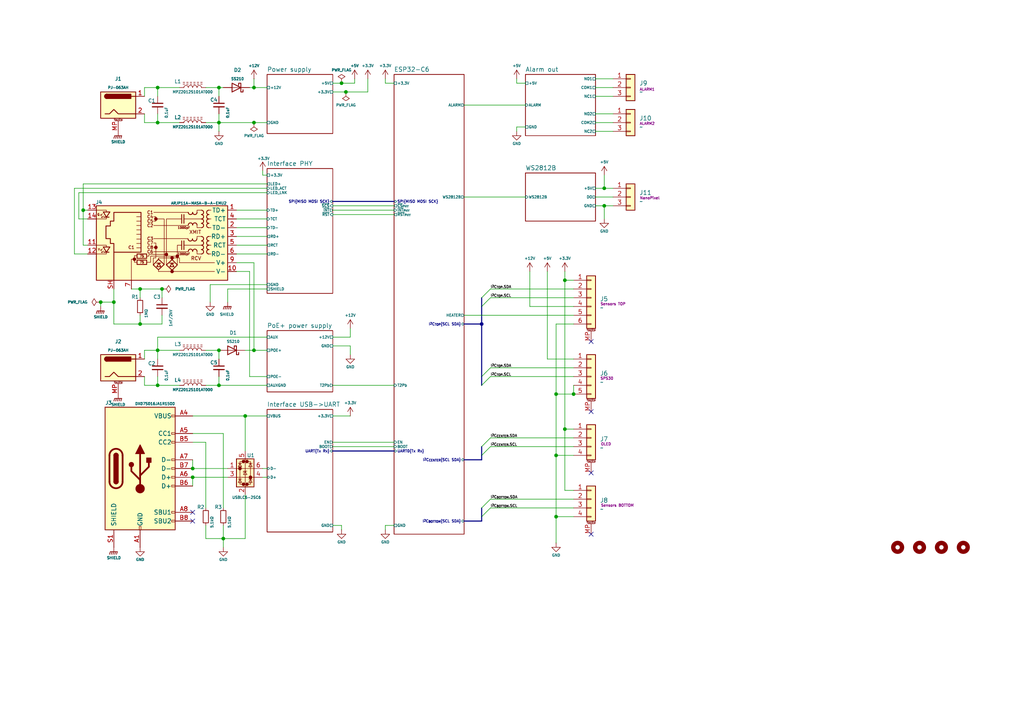
<source format=kicad_sch>
(kicad_sch (version 20250114) (generator "eeschema") (generator_version "9.0")
  (paper "A4")
  (title_block (title "Enviromental parameters multi-sensor") (date "2026-01-20") (rev "1.0") (company "MarPi82"))
  (junction (at 163.83 81.28))
  (junction (at 73.66 35.56))
  (junction (at 99.06 24.13))
  (junction (at 55.88 138.43))
  (junction (at 161.29 114.3))
  (junction (at 161.29 132.08))
  (junction (at 166.37 114.3))
  (junction (at 29.21 87.63))
  (junction (at 45.72 101.6))
  (junction (at 63.5 111.76))
  (junction (at 40.64 83.82))
  (junction (at 175.26 59.69))
  (junction (at 64.77 156.21))
  (junction (at 71.12 120.65))
  (junction (at 163.83 124.46))
  (junction (at 40.64 93.98))
  (junction (at 73.66 101.6))
  (junction (at 175.26 54.61))
  (junction (at 46.99 83.82))
  (junction (at 100.33 26.67))
  (junction (at 63.5 101.6))
  (junction (at 45.72 35.56))
  (junction (at 55.88 135.89))
  (junction (at 63.5 35.56))
  (junction (at 24.13 60.96))
  (junction (at 33.02 87.63))
  (junction (at 73.66 25.4))
  (junction (at 139.7 93.98))
  (junction (at 161.29 149.86))
  (junction (at 45.72 25.4))
  (junction (at 45.72 111.76))
  (junction (at 63.5 25.4))
  (no_connect (at 55.88 151.13))
  (no_connect (at 171.45 119.38))
  (no_connect (at 171.45 137.16))
  (no_connect (at 55.88 148.59))
  (no_connect (at 171.45 154.94))
  (no_connect (at 171.45 99.06))
  (bus_entry (at 139.7 86.36) (size 2.54 -2.54))
  (bus_entry (at 139.7 88.9) (size 2.54 -2.54))
  (bus_entry (at 139.7 132.08) (size 2.54 -2.54))
  (bus_entry (at 139.7 109.22) (size 2.54 -2.54))
  (bus_entry (at 139.7 147.32) (size 2.54 -2.54))
  (bus_entry (at 139.7 129.54) (size 2.54 -2.54))
  (bus_entry (at 139.7 111.76) (size 2.54 -2.54))
  (bus_entry (at 139.7 149.86) (size 2.54 -2.54))
  (wire (pts (xy 46.99 93.98) (xy 40.64 93.98)))
  (bus (pts (xy 134.62 133.35) (xy 139.7 133.35)))
  (wire (pts (xy 175.26 59.69) (xy 177.8 59.69)))
  (wire (pts (xy 41.91 101.6) (xy 41.91 104.14)))
  (wire (pts (xy 161.29 132.08) (xy 161.29 149.86)))
  (wire (pts (xy 175.26 54.61) (xy 177.8 54.61)))
  (wire (pts (xy 45.72 111.76) (xy 45.72 109.22)))
  (wire (pts (xy 59.69 128.27) (xy 59.69 147.32)))
  (wire (pts (xy 99.06 152.4) (xy 99.06 153.67)))
  (wire (pts (xy 41.91 101.6) (xy 45.72 101.6)))
  (wire (pts (xy 166.37 124.46) (xy 163.83 124.46)))
  (wire (pts (xy 25.4 71.12) (xy 24.13 71.12)))
  (wire (pts (xy 111.76 152.4) (xy 111.76 153.67)))
  (wire (pts (xy 172.72 22.86) (xy 177.8 22.86)))
  (wire (pts (xy 41.91 33.02) (xy 41.91 35.56)))
  (wire (pts (xy 71.12 120.65) (xy 71.12 130.81)))
  (wire (pts (xy 55.88 135.89) (xy 66.04 135.89)))
  (wire (pts (xy 72.39 109.22) (xy 77.47 109.22)))
  (wire (pts (xy 111.76 24.13) (xy 114.3 24.13)))
  (wire (pts (xy 45.72 97.79) (xy 45.72 101.6)))
  (wire (pts (xy 71.12 143.51) (xy 71.12 156.21)))
  (wire (pts (xy 45.72 25.4) (xy 52.07 25.4)))
  (wire (pts (xy 40.64 91.44) (xy 40.64 93.98)))
  (wire (pts (xy 134.62 57.15) (xy 152.4 57.15)))
  (bus (pts (xy 139.7 93.98) (xy 139.7 109.22)))
  (wire (pts (xy 102.87 24.13) (xy 102.87 22.86)))
  (wire (pts (xy 24.13 60.96) (xy 25.4 60.96)))
  (wire (pts (xy 142.24 83.82) (xy 166.37 83.82)))
  (wire (pts (xy 77.47 54.61) (xy 21.59 54.61)))
  (wire (pts (xy 114.3 152.4) (xy 111.76 152.4)))
  (wire (pts (xy 63.5 35.56) (xy 63.5 38.1)))
  (bus (pts (xy 139.7 147.32) (xy 139.7 149.86)))
  (wire (pts (xy 163.83 142.24) (xy 163.83 124.46)))
  (wire (pts (xy 73.66 35.56) (xy 77.47 35.56)))
  (wire (pts (xy 96.52 26.67) (xy 100.33 26.67)))
  (wire (pts (xy 71.12 101.6) (xy 73.66 101.6)))
  (wire (pts (xy 45.72 101.6) (xy 45.72 104.14)))
  (wire (pts (xy 68.58 68.58) (xy 77.47 68.58)))
  (wire (pts (xy 59.69 111.76) (xy 63.5 111.76)))
  (wire (pts (xy 106.68 26.67) (xy 106.68 22.86)))
  (bus (pts (xy 134.62 93.98) (xy 139.7 93.98)))
  (wire (pts (xy 152.4 24.13) (xy 149.86 24.13)))
  (wire (pts (xy 96.52 120.65) (xy 101.6 120.65)))
  (wire (pts (xy 96.52 62.23) (xy 114.3 62.23)))
  (wire (pts (xy 40.64 83.82) (xy 40.64 86.36)))
  (wire (pts (xy 63.5 111.76) (xy 77.47 111.76)))
  (wire (pts (xy 73.66 101.6) (xy 77.47 101.6)))
  (wire (pts (xy 101.6 102.87) (xy 101.6 100.33)))
  (wire (pts (xy 77.47 55.88) (xy 22.86 55.88)))
  (wire (pts (xy 166.37 142.24) (xy 163.83 142.24)))
  (wire (pts (xy 77.47 97.79) (xy 45.72 97.79)))
  (wire (pts (xy 96.52 111.76) (xy 114.3 111.76)))
  (bus (pts (xy 139.7 86.36) (xy 139.7 88.9)))
  (wire (pts (xy 172.72 38.1) (xy 177.8 38.1)))
  (wire (pts (xy 166.37 149.86) (xy 161.29 149.86)))
  (wire (pts (xy 158.75 78.74) (xy 158.75 104.14)))
  (wire (pts (xy 71.12 156.21) (xy 64.77 156.21)))
  (wire (pts (xy 59.69 25.4) (xy 63.5 25.4)))
  (wire (pts (xy 41.91 25.4) (xy 41.91 27.94)))
  (wire (pts (xy 142.24 147.32) (xy 166.37 147.32)))
  (wire (pts (xy 100.33 26.67) (xy 106.68 26.67)))
  (wire (pts (xy 63.5 35.56) (xy 63.5 33.02)))
  (wire (pts (xy 76.2 49.53) (xy 76.2 50.8)))
  (wire (pts (xy 172.72 25.4) (xy 177.8 25.4)))
  (wire (pts (xy 64.77 125.73) (xy 64.77 147.32)))
  (wire (pts (xy 38.1 83.82) (xy 40.64 83.82)))
  (bus (pts (xy 96.52 58.42) (xy 114.3 58.42)))
  (wire (pts (xy 29.21 88.9) (xy 29.21 87.63)))
  (bus (pts (xy 139.7 129.54) (xy 139.7 132.08)))
  (wire (pts (xy 77.47 83.82) (xy 66.04 83.82)))
  (wire (pts (xy 134.62 91.44) (xy 166.37 91.44)))
  (wire (pts (xy 175.26 54.61) (xy 175.26 50.8)))
  (wire (pts (xy 77.47 82.55) (xy 60.96 82.55)))
  (bus (pts (xy 139.7 149.86) (xy 139.7 151.13)))
  (wire (pts (xy 172.72 57.15) (xy 177.8 57.15)))
  (wire (pts (xy 73.66 25.4) (xy 77.47 25.4)))
  (wire (pts (xy 68.58 66.04) (xy 77.47 66.04)))
  (wire (pts (xy 142.24 109.22) (xy 166.37 109.22)))
  (wire (pts (xy 96.52 59.69) (xy 114.3 59.69)))
  (wire (pts (xy 59.69 101.6) (xy 63.5 101.6)))
  (wire (pts (xy 161.29 149.86) (xy 161.29 157.48)))
  (wire (pts (xy 46.99 91.44) (xy 46.99 93.98)))
  (wire (pts (xy 46.99 86.36) (xy 46.99 83.82)))
  (wire (pts (xy 72.39 78.74) (xy 72.39 109.22)))
  (wire (pts (xy 22.86 55.88) (xy 22.86 63.5)))
  (wire (pts (xy 59.69 156.21) (xy 64.77 156.21)))
  (wire (pts (xy 96.52 129.54) (xy 114.3 129.54)))
  (wire (pts (xy 142.24 127) (xy 166.37 127)))
  (wire (pts (xy 161.29 93.98) (xy 161.29 114.3)))
  (wire (pts (xy 163.83 81.28) (xy 163.83 78.74)))
  (wire (pts (xy 166.37 88.9) (xy 153.67 88.9)))
  (wire (pts (xy 96.52 97.79) (xy 101.6 97.79)))
  (wire (pts (xy 64.77 25.4) (xy 63.5 25.4)))
  (bus (pts (xy 139.7 109.22) (xy 139.7 111.76)))
  (wire (pts (xy 33.02 93.98) (xy 40.64 93.98)))
  (wire (pts (xy 68.58 60.96) (xy 77.47 60.96)))
  (wire (pts (xy 24.13 53.34) (xy 77.47 53.34)))
  (wire (pts (xy 68.58 78.74) (xy 72.39 78.74)))
  (wire (pts (xy 96.52 152.4) (xy 99.06 152.4)))
  (wire (pts (xy 153.67 88.9) (xy 153.67 78.74)))
  (wire (pts (xy 45.72 25.4) (xy 45.72 27.94)))
  (wire (pts (xy 166.37 114.3) (xy 166.37 111.76)))
  (wire (pts (xy 96.52 24.13) (xy 99.06 24.13)))
  (wire (pts (xy 68.58 63.5) (xy 77.47 63.5)))
  (wire (pts (xy 149.86 36.83) (xy 149.86 38.1)))
  (wire (pts (xy 41.91 109.22) (xy 41.91 111.76)))
  (wire (pts (xy 41.91 25.4) (xy 45.72 25.4)))
  (wire (pts (xy 134.62 30.48) (xy 152.4 30.48)))
  (wire (pts (xy 166.37 93.98) (xy 161.29 93.98)))
  (wire (pts (xy 21.59 73.66) (xy 25.4 73.66)))
  (wire (pts (xy 172.72 27.94) (xy 177.8 27.94)))
  (wire (pts (xy 59.69 152.4) (xy 59.69 156.21)))
  (wire (pts (xy 72.39 25.4) (xy 73.66 25.4)))
  (wire (pts (xy 55.88 138.43) (xy 66.04 138.43)))
  (wire (pts (xy 33.02 87.63) (xy 33.02 93.98)))
  (wire (pts (xy 55.88 133.35) (xy 55.88 135.89)))
  (wire (pts (xy 172.72 35.56) (xy 177.8 35.56)))
  (wire (pts (xy 152.4 36.83) (xy 149.86 36.83)))
  (wire (pts (xy 22.86 63.5) (xy 25.4 63.5)))
  (wire (pts (xy 24.13 60.96) (xy 24.13 71.12)))
  (wire (pts (xy 45.72 111.76) (xy 52.07 111.76)))
  (wire (pts (xy 158.75 104.14) (xy 166.37 104.14)))
  (wire (pts (xy 142.24 106.68) (xy 166.37 106.68)))
  (wire (pts (xy 142.24 144.78) (xy 166.37 144.78)))
  (wire (pts (xy 149.86 24.13) (xy 149.86 22.86)))
  (wire (pts (xy 60.96 82.55) (xy 60.96 87.63)))
  (wire (pts (xy 172.72 54.61) (xy 175.26 54.61)))
  (wire (pts (xy 41.91 111.76) (xy 45.72 111.76)))
  (wire (pts (xy 166.37 81.28) (xy 163.83 81.28)))
  (wire (pts (xy 96.52 60.96) (xy 114.3 60.96)))
  (wire (pts (xy 76.2 135.89) (xy 77.47 135.89)))
  (wire (pts (xy 73.66 22.86) (xy 73.66 25.4)))
  (wire (pts (xy 96.52 100.33) (xy 101.6 100.33)))
  (wire (pts (xy 55.88 138.43) (xy 55.88 140.97)))
  (wire (pts (xy 63.5 35.56) (xy 73.66 35.56)))
  (wire (pts (xy 175.26 59.69) (xy 175.26 63.5)))
  (bus (pts (xy 139.7 88.9) (xy 139.7 93.98)))
  (wire (pts (xy 73.66 101.6) (xy 73.66 76.2)))
  (wire (pts (xy 163.83 124.46) (xy 163.83 81.28)))
  (bus (pts (xy 139.7 132.08) (xy 139.7 133.35)))
  (wire (pts (xy 76.2 138.43) (xy 77.47 138.43)))
  (wire (pts (xy 63.5 101.6) (xy 63.5 104.14)))
  (wire (pts (xy 68.58 76.2) (xy 73.66 76.2)))
  (wire (pts (xy 64.77 156.21) (xy 64.77 158.75)))
  (wire (pts (xy 45.72 35.56) (xy 45.72 33.02)))
  (wire (pts (xy 172.72 59.69) (xy 175.26 59.69)))
  (wire (pts (xy 63.5 25.4) (xy 63.5 27.94)))
  (wire (pts (xy 142.24 86.36) (xy 166.37 86.36)))
  (wire (pts (xy 55.88 125.73) (xy 64.77 125.73)))
  (wire (pts (xy 21.59 54.61) (xy 21.59 73.66)))
  (wire (pts (xy 68.58 71.12) (xy 77.47 71.12)))
  (wire (pts (xy 45.72 35.56) (xy 52.07 35.56)))
  (wire (pts (xy 59.69 35.56) (xy 63.5 35.56)))
  (wire (pts (xy 111.76 22.86) (xy 111.76 24.13)))
  (wire (pts (xy 55.88 120.65) (xy 71.12 120.65)))
  (wire (pts (xy 64.77 152.4) (xy 64.77 156.21)))
  (wire (pts (xy 166.37 114.3) (xy 161.29 114.3)))
  (wire (pts (xy 76.2 50.8) (xy 77.47 50.8)))
  (bus (pts (xy 134.62 151.13) (xy 139.7 151.13)))
  (wire (pts (xy 96.52 128.27) (xy 114.3 128.27)))
  (wire (pts (xy 172.72 33.02) (xy 177.8 33.02)))
  (wire (pts (xy 99.06 24.13) (xy 102.87 24.13)))
  (wire (pts (xy 161.29 114.3) (xy 161.29 132.08)))
  (wire (pts (xy 46.99 83.82) (xy 40.64 83.82)))
  (wire (pts (xy 33.02 83.82) (xy 33.02 87.63)))
  (wire (pts (xy 166.37 132.08) (xy 161.29 132.08)))
  (wire (pts (xy 68.58 73.66) (xy 77.47 73.66)))
  (wire (pts (xy 45.72 101.6) (xy 52.07 101.6)))
  (wire (pts (xy 101.6 97.79) (xy 101.6 95.25)))
  (wire (pts (xy 66.04 83.82) (xy 66.04 87.63)))
  (wire (pts (xy 55.88 128.27) (xy 59.69 128.27)))
  (wire (pts (xy 142.24 129.54) (xy 166.37 129.54)))
  (bus (pts (xy 96.52 130.81) (xy 114.3 130.81)))
  (wire (pts (xy 71.12 120.65) (xy 77.47 120.65)))
  (wire (pts (xy 63.5 111.76) (xy 63.5 109.22)))
  (wire (pts (xy 29.21 87.63) (xy 33.02 87.63)))
  (wire (pts (xy 41.91 35.56) (xy 45.72 35.56)))
  (wire (pts (xy 24.13 53.34) (xy 24.13 60.96)))
  (label "I^{2}C_{BOTTOM}.SDA" (at 142.24 144.78 0) (effects (font (size 0.762 0.762))))
  (label "I^{2}C_{TOP}.SDA" (at 142.24 106.68 0) (effects (font (size 0.762 0.762))))
  (label "I^{2}C_{TOP}.SCL" (at 142.24 109.22 0) (effects (font (size 0.762 0.762))))
  (label "I^{2}C_{BOTTOM}.SCL" (at 142.24 147.32 0) (effects (font (size 0.762 0.762))))
  (label "I^{2}C_{CENTER}.SDA" (at 142.24 127 0) (effects (font (size 0.762 0.762))))
  (label "I^{2}C_{TOP}.SDA" (at 142.24 83.82 0) (effects (font (size 0.762 0.762))))
  (label "I^{2}C_{CENTER}.SCL" (at 142.24 129.54 0) (effects (font (size 0.762 0.762))))
  (label "I^{2}C_{TOP}.SCL" (at 142.24 86.36 0) (effects (font (size 0.762 0.762))))
  (symbol (lib_id "power:GND") (at 111.76 153.67 0) (unit 1)
    (property "Reference" "#PWR017" (effects (hide yes)))
    (property "Value" "GND" (at 111.76 157.226 0) (effects (font (size 0.762 0.762))))
    (property "Description" "Power symbol creates a global label with name \"GND\" , ground" (effects (hide yes)))
  )
  (symbol (lib_id "power:PWR_FLAG") (at 29.21 87.63 90) (unit 1)
    (property "Reference" "#FLG01" (effects (hide yes)))
    (property "Value" "PWR_FLAG" (at 25.4 87.63 90) (effects (font (size 0.762 0.762)) (justify left)))
    (property "Description" "Special symbol for telling ERC where power comes from" (effects (hide yes)))
  )
  (symbol (lib_id "power:GND") (at 99.06 153.67 0) (unit 1)
    (property "Reference" "#PWR010" (effects (hide yes)))
    (property "Value" "GND" (at 99.06 157.226 0) (effects (font (size 0.762 0.762))))
    (property "Description" "Power symbol creates a global label with name \"GND\" , ground" (effects (hide yes)))
  )
  (symbol (lib_id "Device:C_Small") (at 63.5 30.48 0) (unit 1)
    (property "Reference" "C4" (at 60.96 28.956 0) (effects (font (size 1.016 1.016)) (justify left)))
    (property "Value" "0,1uF" (at 66.04 34.29 90) (effects (font (size 0.762 0.762)) (justify left)))
    (property "Footprint" "Capacitor_SMD:C_0603_1608Metric" (effects (hide yes)))
    (property "Description" "Unpolarized capacitor, small symbol" (effects (hide yes)))
    (property "DigiKey_Part_Number" "1276-1018-1-ND" (effects (hide yes)))
    (property "Manufacturer_Name" "CL10B102KB8NNNC" (effects (hide yes)))
    (property "Manufacturer_Part_Number" "Samsung" (effects (hide yes)))
    (property "PACKAGE" "0603" (effects (hide yes)))
    (property "Rated_Voltage" "50V" (effects (hide yes)))
    (property "Temperature_Coefficient" "X7R" (effects (hide yes)))
  )
  (symbol (lib_id "Device:L_Ferrite") (at 55.88 101.6 90) (unit 1)
    (property "Reference" "L3" (at 51.562 99.822 90) (effects (font (size 1.016 1.016))))
    (property "Value" "MPZ2012S101AT000" (at 55.88 102.87 90) (effects (font (size 0.762 0.762))))
    (property "Footprint" "Inductor_SMD:L_0805_2012Metric" (effects (hide yes)))
    (property "Description" "Inductor with ferrite core" (effects (hide yes)))
    (property "DigiKey_Part_Number" "445-MPZ2012S101AT000CT-ND" (effects (hide yes)))
    (property "Manufacturer_Name" "MPZ2012S101AT000" (effects (hide yes)))
    (property "Manufacturer_Part_Number" "TDK Corporation" (effects (hide yes)))
  )
  (symbol (lib_id "power:PWR_FLAG") (at 46.99 83.82 270) (unit 1)
    (property "Reference" "#FLG02" (effects (hide yes)))
    (property "Value" "PWR_FLAG" (at 50.8 83.82 90) (effects (font (size 0.762 0.762)) (justify left)))
    (property "Description" "Special symbol for telling ERC where power comes from" (effects (hide yes)))
  )
  (symbol (lib_id "Connector_Generic:Conn_01x03") (at 182.88 25.4 0) (unit 1)
    (property "Reference" "J9" (at 185.42 24.1299 0) (effects (justify left)))
    (property "Value" "~" (at 185.42 26.6699 0) (effects (justify left)))
    (property "Footprint" "Connector_Molex:Molex_KK-254_AE-6410-03A_1x03_P2.54mm_Vertical" (effects (hide yes)))
    (property "Description" "Generic connector, single row, 01x03, script generated (kicad-library-utils/schlib/autogen/connector/)" (effects (hide yes)))
    (property "DigiKey_Part_Number" "WM4112-ND" (effects (hide yes)))
    (property "Label" "ALARM1" (at 187.706 25.908 0) (effects (font (size 0.762 0.762))))
    (property "Manufacturer_Name" "0022272031" (effects (hide yes)))
    (property "Manufacturer_Part_Number" "Molex" (effects (hide yes)))
  )
  (symbol (lib_id "power:+3.3V") (at 158.75 78.74 0) (unit 1)
    (property "Reference" "#PWR021" (effects (hide yes)))
    (property "Value" "+5V" (at 158.75 74.93 0) (effects (font (size 0.762 0.762))))
    (property "Description" "Power symbol creates a global label with name \"+3.3V\"" (effects (hide yes)))
  )
  (symbol (lib_id "power:GND") (at 175.26 63.5 0) (unit 1)
    (property "Reference" "#PWR025" (effects (hide yes)))
    (property "Value" "GND" (at 175.26 67.056 0) (effects (font (size 0.762 0.762))))
    (property "Description" "Power symbol creates a global label with name \"GND\" , ground" (effects (hide yes)))
  )
  (symbol (lib_id "power:GND") (at 161.29 157.48 0) (unit 1)
    (property "Reference" "#PWR022" (effects (hide yes)))
    (property "Value" "GND" (at 161.29 161.036 0) (effects (font (size 0.762 0.762))))
    (property "Description" "Power symbol creates a global label with name \"GND\" , ground" (effects (hide yes)))
  )
  (symbol (lib_id "power:GND") (at 149.86 38.1 0) (unit 1)
    (property "Reference" "#PWR019" (effects (hide yes)))
    (property "Value" "GND" (at 149.86 41.656 0) (effects (font (size 0.762 0.762))))
    (property "Description" "Power symbol creates a global label with name \"GND\" , ground" (effects (hide yes)))
  )
  (symbol (lib_id "Device:L_Ferrite") (at 55.88 35.56 90) (unit 1)
    (property "Reference" "L2" (at 51.562 34.036 90) (effects (font (size 1.016 1.016))))
    (property "Value" "MPZ2012S101AT000" (at 55.88 36.83 90) (effects (font (size 0.762 0.762))))
    (property "Footprint" "Inductor_SMD:L_0805_2012Metric" (effects (hide yes)))
    (property "Description" "Inductor with ferrite core" (effects (hide yes)))
    (property "DigiKey_Part_Number" "445-MPZ2012S101AT000CT-ND" (effects (hide yes)))
    (property "Manufacturer_Name" "MPZ2012S101AT000" (effects (hide yes)))
    (property "Manufacturer_Part_Number" "TDK Corporation" (effects (hide yes)))
  )
  (symbol (lib_id "power:GND") (at 40.64 158.75 0) (unit 1)
    (property "Reference" "#PWR03" (effects (hide yes)))
    (property "Value" "GND" (at 40.64 162.306 0) (effects (font (size 0.762 0.762))))
    (property "Description" "Power symbol creates a global label with name \"GND\" , ground" (effects (hide yes)))
  )
  (symbol (lib_id "Device:R_Small") (at 59.69 149.86 0) (unit 1)
    (property "Reference" "R2" (at 57.15 147.066 0) (effects (font (size 1.016 1.016)) (justify left)))
    (property "Value" "5,1kΩ" (at 61.468 153.162 90) (effects (font (size 0.762 0.762)) (justify left)))
    (property "Footprint" "Resistor_SMD:R_0603_1608Metric" (effects (hide yes)))
    (property "Description" "Resistor, small symbol" (effects (hide yes)))
    (property "DigiKey_Part_Number" "541-5.10KHCT-ND" (effects (hide yes)))
    (property "Power" "0.125W, 1/8W" (effects (hide yes)))
    (property "Tolerance" "1%" (effects (hide yes)))
    (property "Manufacturer_Name" "CRCW06035K10FKEA" (effects (hide yes)))
    (property "Manufacturer_Part_Number" "Vishay Dale" (effects (hide yes)))
    (property "PACKAGE" "0603" (effects (hide yes)))
  )
  (symbol (lib_id "power:+3.3V") (at 101.6 120.65 0) (unit 1)
    (property "Reference" "#PWR013" (effects (hide yes)))
    (property "Value" "+3.3V" (at 101.6 116.84 0) (effects (font (size 0.762 0.762))))
    (property "Description" "Power symbol creates a global label with name \"+3.3V\"" (effects (hide yes)))
  )
  (symbol (lib_id "power:GNDPWR") (at 33.02 158.75 0) (unit 1)
    (property "Reference" "#PWR02" (effects (hide yes)))
    (property "Value" "SHIELD" (at 30.988 161.798 0) (effects (font (size 0.762 0.762)) (justify left)))
    (property "Description" "Power symbol creates a global label with name \"GNDPWR\" , global ground" (effects (hide yes)))
  )
  (symbol (lib_id "power:GNDPWR") (at 34.29 114.3 0) (unit 1)
    (property "Reference" "#PWR095" (effects (hide yes)))
    (property "Value" "SHIELD" (at 32.258 117.348 0) (effects (font (size 0.762 0.762)) (justify left)))
    (property "Description" "Power symbol creates a global label with name \"GNDPWR\" , global ground" (effects (hide yes)))
  )
  (symbol (lib_id "Device:C_Small") (at 45.72 106.68 0) (unit 1)
    (property "Reference" "C2" (at 42.926 105.41 0) (effects (font (size 1.016 1.016)) (justify left)))
    (property "Value" "0,1uF" (at 48.26 110.49 90) (effects (font (size 0.762 0.762)) (justify left)))
    (property "Footprint" "Capacitor_SMD:C_0603_1608Metric" (effects (hide yes)))
    (property "Description" "Unpolarized capacitor, small symbol" (effects (hide yes)))
    (property "DigiKey_Part_Number" "1276-1018-1-ND" (effects (hide yes)))
    (property "Manufacturer_Name" "CL10B102KB8NNNC" (effects (hide yes)))
    (property "Manufacturer_Part_Number" "Samsung" (effects (hide yes)))
    (property "PACKAGE" "0603" (effects (hide yes)))
    (property "Rated_Voltage" "50V" (effects (hide yes)))
    (property "Temperature_Coefficient" "X7R" (effects (hide yes)))
  )
  (symbol (lib_id "Connector_Generic_MountingPin:Conn_01x04_MountingPin") (at 171.45 127 0) (unit 1)
    (property "Reference" "J7" (at 173.99 127.3555 0) (effects (justify left)))
    (property "Value" "~" (at 173.99 129.8955 0) (effects (justify left)))
    (property "Footprint" "Connector_JST:JST_ZH_B4B-ZR-SM4-TF_1x04-1MP_P1.50mm_Vertical" (effects (hide yes)))
    (property "Description" "Generic connectable mounting pin connector, single row, 01x04, script generated (kicad-library-utils/schlib/autogen/connector/)" (effects (hide yes)))
    (property "DigiKey_Part_Number" "455-B4B-ZR-SM4-TFCT-ND" (effects (hide yes)))
    (property "Label" "OLED" (at 175.768 128.778 0) (effects (font (size 0.762 0.762))))
    (property "Manufacturer_Name" "B4B-ZR-SM4-TF" (effects (hide yes)))
    (property "Manufacturer_Part_Number" "JST Sales America Inc." (effects (hide yes)))
  )
  (symbol (lib_id "power:+3.3V") (at 175.26 50.8 0) (unit 1)
    (property "Reference" "#PWR024" (effects (hide yes)))
    (property "Value" "+5V" (at 175.26 46.99 0) (effects (font (size 0.762 0.762))))
    (property "Description" "Power symbol creates a global label with name \"+3.3V\"" (effects (hide yes)))
  )
  (symbol (lib_id "power:+3.3V") (at 111.76 22.86 0) (unit 1)
    (property "Reference" "#PWR016" (effects (hide yes)))
    (property "Value" "+3.3V" (at 109.982 19.05 0) (effects (font (size 0.762 0.762)) (justify left)))
    (property "Description" "Power symbol creates a global label with name \"+3.3V\"" (effects (hide yes)))
  )
  (symbol (lib_id "Mechanical:MountingHole") (at 273.05 158.75 0) (unit 1) (in_bom no)
    (property "Reference" "H3" (effects (hide yes)))
    (property "Value" "MountingHole" (effects (hide yes)))
    (property "Footprint" "MountingHole:MountingHole_2.7mm_M2.5" (effects (hide yes)))
    (property "Description" "Mounting Hole without connection" (effects (hide yes)))
  )
  (symbol (lib_id "power:PWR_FLAG") (at 73.66 35.56 180) (unit 1)
    (property "Reference" "#FLG04" (effects (hide yes)))
    (property "Value" "PWR_FLAG" (at 73.66 39.37 0) (effects (font (size 0.762 0.762))))
    (property "Description" "Special symbol for telling ERC where power comes from" (effects (hide yes)))
  )
  (symbol (lib_id "Connector_Generic_MountingPin:Conn_01x06_MountingPin") (at 171.45 86.36 0) (unit 1)
    (property "Reference" "J5" (at 173.99 86.7155 0) (effects (justify left)))
    (property "Value" "~" (at 173.99 89.2555 0) (effects (justify left)))
    (property "Footprint" "Connector_JST:JST_ZH_B6B-ZR-SM4-TF_1x06-1MP_P1.50mm_Vertical" (effects (hide yes)))
    (property "Description" "Generic connectable mounting pin connector, single row, 01x06, script generated (kicad-library-utils/schlib/autogen/connector/)" (effects (hide yes)))
    (property "DigiKey_Part_Number" "455-B6B-ZR-SM4-TFCT-ND" (effects (hide yes)))
    (property "Label" "Sensors TOP" (at 177.8 88.138 0) (effects (font (size 0.762 0.762))))
    (property "Manufacturer_Name" "B6B-ZR-SM4-TF" (effects (hide yes)))
    (property "Manufacturer_Part_Number" "JST Sales America Inc." (effects (hide yes)))
  )
  (symbol (lib_id "power:GND") (at 64.77 158.75 0) (unit 1)
    (property "Reference" "#PWR07" (effects (hide yes)))
    (property "Value" "GND" (at 64.77 162.306 0) (effects (font (size 0.762 0.762))))
    (property "Description" "Power symbol creates a global label with name \"GND\" , ground" (effects (hide yes)))
  )
  (symbol (lib_id "power:+3.3V") (at 163.83 78.74 0) (unit 1)
    (property "Reference" "#PWR023" (effects (hide yes)))
    (property "Value" "+3.3V" (at 162.052 74.93 0) (effects (font (size 0.762 0.762)) (justify left)))
    (property "Description" "Power symbol creates a global label with name \"+3.3V\"" (effects (hide yes)))
  )
  (symbol (lib_id "Mechanical:MountingHole") (at 260.35 158.75 0) (unit 1) (in_bom no)
    (property "Reference" "H1" (effects (hide yes)))
    (property "Value" "MountingHole" (effects (hide yes)))
    (property "Footprint" "MountingHole:MountingHole_2.7mm_M2.5" (effects (hide yes)))
    (property "Description" "Mounting Hole without connection" (effects (hide yes)))
  )
  (symbol (lib_id "Connector:Barrel_Jack_MountingPin") (at 34.29 106.68 0) (unit 1)
    (property "Reference" "J2" (at 34.29 99.06 0) (effects (font (size 1.016 1.016))))
    (property "Value" "PJ-063AH" (at 34.29 101.6 0) (effects (font (size 0.762 0.762))))
    (property "Footprint" "Connector_BarrelJack:BarrelJack_CUI_PJ-063AH_Horizontal" (effects (hide yes)))
    (property "Description" "DC Barrel Jack with a mounting pin" (effects (hide yes)))
    (property "Label" "ext. 12VDC" (effects (hide yes)))
    (property "DigiKey_Part_Number" "CP-063AH-ND" (effects (hide yes)))
    (property "Manufacturer_Name" "PJ-063AH" (effects (hide yes)))
    (property "Manufacturer_Part_Number" "Same Sky (Formerly CUI Devices)" (effects (hide yes)))
  )
  (symbol (lib_id "power:+3.3V") (at 149.86 22.86 0) (unit 1)
    (property "Reference" "#PWR018" (effects (hide yes)))
    (property "Value" "+5V" (at 149.86 19.05 0) (effects (font (size 0.762 0.762))))
    (property "Description" "Power symbol creates a global label with name \"+3.3V\"" (effects (hide yes)))
  )
  (symbol (lib_id "power:GNDPWR") (at 66.04 87.63 0) (unit 1)
    (property "Reference" "#PWR08" (effects (hide yes)))
    (property "Value" "SHIELD" (at 63.754 91.186 0) (effects (font (size 0.762 0.762)) (justify left)))
    (property "Description" "Power symbol creates a global label with name \"GNDPWR\" , global ground" (effects (hide yes)))
  )
  (symbol (lib_id "power:+3.3V") (at 106.68 22.86 0) (unit 1)
    (property "Reference" "#PWR015" (effects (hide yes)))
    (property "Value" "+3.3V" (at 104.902 19.05 0) (effects (font (size 0.762 0.762)) (justify left)))
    (property "Description" "Power symbol creates a global label with name \"+3.3V\"" (effects (hide yes)))
  )
  (symbol (lib_id "power:GND") (at 101.6 102.87 0) (unit 1)
    (property "Reference" "#PWR012" (effects (hide yes)))
    (property "Value" "GND" (at 101.6 106.426 0) (effects (font (size 0.762 0.762))))
    (property "Description" "Power symbol creates a global label with name \"GND\" , ground" (effects (hide yes)))
  )
  (symbol (lib_id "Diode:SS210") (at 67.31 101.6 180) (unit 1)
    (property "Reference" "D1" (at 67.6275 96.52 0) (effects (font (size 1.016 1.016))))
    (property "Value" "SS210" (at 67.6275 99.06 0) (effects (font (size 0.762 0.762))))
    (property "Footprint" "Diode_SMD:D_SMA" (effects (hide yes)))
    (property "Datasheet" "https://www.wontop.com/uploadfiles/56/sort_excel/pdf/ss22.pdf" (effects (hide yes)))
    (property "Description" "100V 2A Schottky Diode, SMA" (effects (hide yes)))
    (property "DigiKey_Part_Number" "641-SS210-HFCT-ND" (effects (hide yes)))
    (property "Manufacturer_Name" "SS210-HF" (effects (hide yes)))
    (property "Manufacturer_Part_Number" "Comchip Technology" (effects (hide yes)))
    (property "PACKAGE" "DO-214AC, SMA" (effects (hide yes)))
  )
  (symbol (lib_id "Connector_Generic:Conn_01x03") (at 182.88 35.56 0) (unit 1)
    (property "Reference" "J10" (at 185.42 34.2899 0) (effects (justify left)))
    (property "Value" "~" (at 185.42 36.8299 0) (effects (justify left)))
    (property "Footprint" "Connector_Molex:Molex_KK-254_AE-6410-03A_1x03_P2.54mm_Vertical" (effects (hide yes)))
    (property "Description" "Generic connector, single row, 01x03, script generated (kicad-library-utils/schlib/autogen/connector/)" (effects (hide yes)))
    (property "DigiKey_Part_Number" "WM4112-ND" (effects (hide yes)))
    (property "Label" "ALARM2" (at 187.706 35.814 0) (effects (font (size 0.762 0.762))))
    (property "Manufacturer_Name" "0022272031" (effects (hide yes)))
    (property "Manufacturer_Part_Number" "Molex" (effects (hide yes)))
  )
  (symbol (lib_id "Device:L_Ferrite") (at 55.88 25.4 90) (unit 1)
    (property "Reference" "L1" (at 51.562 23.622 90) (effects (font (size 1.016 1.016))))
    (property "Value" "MPZ2012S101AT000" (at 55.88 26.67 90) (effects (font (size 0.762 0.762))))
    (property "Footprint" "Inductor_SMD:L_0805_2012Metric" (effects (hide yes)))
    (property "Description" "Inductor with ferrite core" (effects (hide yes)))
    (property "DigiKey_Part_Number" "445-MPZ2012S101AT000CT-ND" (effects (hide yes)))
    (property "Manufacturer_Name" "MPZ2012S101AT000" (effects (hide yes)))
    (property "Manufacturer_Part_Number" "TDK Corporation" (effects (hide yes)))
  )
  (symbol (lib_id "Connector_Generic:Conn_01x03") (at 182.88 57.15 0) (unit 1)
    (property "Reference" "J11" (at 185.42 55.8799 0) (effects (justify left)))
    (property "Value" "~" (at 185.42 58.4199 0) (effects (justify left)))
    (property "Footprint" "Connector_Molex:Molex_KK-254_AE-6410-03A_1x03_P2.54mm_Vertical" (effects (hide yes)))
    (property "Description" "Generic connector, single row, 01x03, script generated (kicad-library-utils/schlib/autogen/connector/)" (effects (hide yes)))
    (property "DigiKey_Part_Number" "WM4112-ND" (effects (hide yes)))
    (property "Label" "NanoPixel" (at 188.468 57.404 0) (effects (font (size 0.762 0.762))))
    (property "Manufacturer_Name" "0022272031" (effects (hide yes)))
    (property "Manufacturer_Part_Number" "Molex" (effects (hide yes)))
  )
  (symbol (lib_id "Device:C_Small") (at 45.72 30.48 0) (unit 1)
    (property "Reference" "C1" (at 42.926 29.21 0) (effects (font (size 1.016 1.016)) (justify left)))
    (property "Value" "0,1uF" (at 48.26 34.29 90) (effects (font (size 0.762 0.762)) (justify left)))
    (property "Footprint" "Capacitor_SMD:C_0603_1608Metric" (effects (hide yes)))
    (property "Description" "Unpolarized capacitor, small symbol" (effects (hide yes)))
    (property "DigiKey_Part_Number" "1276-1018-1-ND" (effects (hide yes)))
    (property "Manufacturer_Name" "CL10B102KB8NNNC" (effects (hide yes)))
    (property "Manufacturer_Part_Number" "Samsung" (effects (hide yes)))
    (property "PACKAGE" "0603" (effects (hide yes)))
    (property "Rated_Voltage" "50V" (effects (hide yes)))
    (property "Temperature_Coefficient" "X7R" (effects (hide yes)))
  )
  (symbol (lib_id "power:+3.3V") (at 101.6 95.25 0) (unit 1)
    (property "Reference" "#PWR011" (effects (hide yes)))
    (property "Value" "+12V" (at 101.6 91.44 0) (effects (font (size 0.762 0.762))))
    (property "Description" "Power symbol creates a global label with name \"+3.3V\"" (effects (hide yes)))
  )
  (symbol (lib_id "power:+3.3V") (at 153.67 78.74 0) (unit 1)
    (property "Reference" "#PWR020" (effects (hide yes)))
    (property "Value" "+12V" (at 153.67 74.93 0) (effects (font (size 0.762 0.762))))
    (property "Description" "Power symbol creates a global label with name \"+3.3V\"" (effects (hide yes)))
  )
  (symbol (lib_id "Connector_Generic_MountingPin:Conn_01x05_MountingPin") (at 171.45 109.22 0) (unit 1)
    (property "Reference" "J6" (at 173.99 108.3055 0) (effects (justify left)))
    (property "Value" "~" (at 173.99 110.8455 0) (effects (justify left)))
    (property "Footprint" "Connector_JST:JST_ZH_B5B-ZR-SM4-TF_1x05-1MP_P1.50mm_Vertical" (effects (hide yes)))
    (property "Description" "Generic connectable mounting pin connector, single row, 01x05, script generated (kicad-library-utils/schlib/autogen/connector/)" (effects (hide yes)))
    (property "DigiKey_Part_Number" "455-1684-1-ND" (effects (hide yes)))
    (property "Label" "SPS30" (at 176.022 109.728 0) (effects (font (size 0.762 0.762))))
    (property "Manufacturer_Name" "B5B-ZR-SM4-TF" (effects (hide yes)))
    (property "Manufacturer_Part_Number" "JST Sales America Inc." (effects (hide yes)))
  )
  (symbol (lib_id "Device:C_Small") (at 46.99 88.9 0) (unit 1)
    (property "Reference" "C3" (at 44.45 86.106 0) (effects (font (size 1.016 1.016)) (justify left)))
    (property "Value" "1nF/2kV" (at 49.53 94.742 90) (effects (font (size 0.762 0.762)) (justify left)))
    (property "Footprint" "Capacitor_SMD:C_1812_4532Metric" (effects (hide yes)))
    (property "Description" "Unpolarized capacitor, small symbol" (effects (hide yes)))
    (property "DigiKey_Part_Number" "399-C1812C102KGRACTUCT-ND" (effects (hide yes)))
    (property "Manufacturer_Name" "C1812C102KGRACTU" (effects (hide yes)))
    (property "Manufacturer_Part_Number" "Kemet" (effects (hide yes)))
    (property "PACKAGE" "1812" (effects (hide yes)))
    (property "Rated_Voltage" "2kV" (effects (hide yes)))
    (property "Temperature_Coefficient" "X7R" (effects (hide yes)))
  )
  (symbol (lib_id "power:+3.3V") (at 73.66 22.86 0) (unit 1)
    (property "Reference" "#PWR05" (effects (hide yes)))
    (property "Value" "+12V" (at 73.66 19.05 0) (effects (font (size 0.762 0.762))))
    (property "Description" "Power symbol creates a global label with name \"+3.3V\"" (effects (hide yes)))
  )
  (symbol (lib_id "Device:C_Small") (at 63.5 106.68 0) (unit 1)
    (property "Reference" "C5" (at 60.96 105.156 0) (effects (font (size 1.016 1.016)) (justify left)))
    (property "Value" "0,1uF" (at 66.04 110.49 90) (effects (font (size 0.762 0.762)) (justify left)))
    (property "Footprint" "Capacitor_SMD:C_0603_1608Metric" (effects (hide yes)))
    (property "Description" "Unpolarized capacitor, small symbol" (effects (hide yes)))
    (property "DigiKey_Part_Number" "1276-1018-1-ND" (effects (hide yes)))
    (property "Manufacturer_Name" "CL10B102KB8NNNC" (effects (hide yes)))
    (property "Manufacturer_Part_Number" "Samsung" (effects (hide yes)))
    (property "PACKAGE" "0603" (effects (hide yes)))
    (property "Rated_Voltage" "50V" (effects (hide yes)))
    (property "Temperature_Coefficient" "X7R" (effects (hide yes)))
  )
  (symbol (lib_id "power:GNDPWR") (at 29.21 88.9 0) (unit 1)
    (property "Reference" "#PWR01" (effects (hide yes)))
    (property "Value" "SHIELD" (at 27.178 91.948 0) (effects (font (size 0.762 0.762)) (justify left)))
    (property "Description" "Power symbol creates a global label with name \"GNDPWR\" , global ground" (effects (hide yes)))
  )
  (symbol (lib_id "Mechanical:MountingHole") (at 279.4 158.75 0) (unit 1) (in_bom no)
    (property "Reference" "H4" (effects (hide yes)))
    (property "Value" "MountingHole" (effects (hide yes)))
    (property "Footprint" "MountingHole:MountingHole_2.7mm_M2.5" (effects (hide yes)))
    (property "Description" "Mounting Hole without connection" (effects (hide yes)))
  )
  (symbol (lib_id "power:PWR_FLAG") (at 99.06 24.13 0) (unit 1)
    (property "Reference" "#FLG05" (effects (hide yes)))
    (property "Value" "PWR_FLAG" (at 99.06 20.32 0) (effects (font (size 0.762 0.762))))
    (property "Description" "Special symbol for telling ERC where power comes from" (effects (hide yes)))
  )
  (symbol (lib_id "Connector:Barrel_Jack_MountingPin") (at 34.29 30.48 0) (unit 1)
    (property "Reference" "J1" (at 34.29 22.86 0) (effects (font (size 1.016 1.016))))
    (property "Value" "PJ-063AH" (at 34.29 25.4 0) (effects (font (size 0.762 0.762))))
    (property "Footprint" "Connector_BarrelJack:BarrelJack_CUI_PJ-063AH_Horizontal" (effects (hide yes)))
    (property "Description" "DC Barrel Jack with a mounting pin" (effects (hide yes)))
    (property "Label" "ext. 12VDC" (effects (hide yes)))
    (property "DigiKey_Part_Number" "CP-063AH-ND" (effects (hide yes)))
    (property "Manufacturer_Name" "PJ-063AH" (effects (hide yes)))
    (property "Manufacturer_Part_Number" "Same Sky (Formerly CUI Devices)" (effects (hide yes)))
  )
  (symbol (lib_id "power:PWR_FLAG") (at 100.33 26.67 180) (unit 1)
    (property "Reference" "#FLG06" (effects (hide yes)))
    (property "Value" "PWR_FLAG" (at 100.33 30.48 0) (effects (font (size 0.762 0.762))))
    (property "Description" "Special symbol for telling ERC where power comes from" (effects (hide yes)))
  )
  (symbol (lib_id "power:+3.3V") (at 76.2 49.53 0) (unit 1)
    (property "Reference" "#PWR09" (effects (hide yes)))
    (property "Value" "+3.3V" (at 74.676 45.974 0) (effects (font (size 0.762 0.762)) (justify left)))
    (property "Description" "Power symbol creates a global label with name \"+3.3V\"" (effects (hide yes)))
  )
  (symbol (lib_id "Connector_Generic_MountingPin:Conn_01x04_MountingPin") (at 171.45 144.78 0) (unit 1)
    (property "Reference" "J8" (at 173.99 145.1355 0) (effects (justify left)))
    (property "Value" "~" (at 173.99 147.6755 0) (effects (justify left)))
    (property "Footprint" "Connector_JST:JST_ZH_B4B-ZR-SM4-TF_1x04-1MP_P1.50mm_Vertical" (effects (hide yes)))
    (property "Description" "Generic connectable mounting pin connector, single row, 01x04, script generated (kicad-library-utils/schlib/autogen/connector/)" (effects (hide yes)))
    (property "DigiKey_Part_Number" "455-B4B-ZR-SM4-TFCT-ND" (effects (hide yes)))
    (property "Label" "Sensors BOTTOM" (at 179.07 146.558 0) (effects (font (size 0.762 0.762))))
    (property "Manufacturer_Name" "B4B-ZR-SM4-TF" (effects (hide yes)))
    (property "Manufacturer_Part_Number" "JST Sales America Inc." (effects (hide yes)))
  )
  (symbol (lib_id "Power_Protection:USBLC6-2SC6") (at 71.12 135.89 0) (unit 1)
    (property "Reference" "U1" (at 71.628 132.08 0) (effects (font (size 1.016 1.016)) (justify left)))
    (property "Value" "USBLC6-2SC6" (at 67.31 144.272 0) (effects (font (size 0.762 0.762)) (justify left)))
    (property "Footprint" "Package_TO_SOT_SMD:SOT-23-6" (effects (hide yes)))
    (property "Datasheet" "https://www.st.com/resource/en/datasheet/usblc6-2.pdf" (effects (hide yes)))
    (property "Description" "Very low capacitance ESD protection diode, 2 data-line, SOT-23-6" (effects (hide yes)))
    (property "DigiKey_Part_Number" "5399-USBLC6-2SC6CT-ND" (effects (hide yes)))
    (property "Manufacturer_Name" "USBLC6-2SC6" (effects (hide yes)))
    (property "Manufacturer_Part_Number" "Shenzhen Slkormicro Semicon Co., Ltd." (effects (hide yes)))
    (property "PACKAGE" "SOT-23-6" (effects (hide yes)))
  )
  (symbol (lib_id "Mechanical:MountingHole") (at 266.7 158.75 0) (unit 1) (in_bom no)
    (property "Reference" "H2" (effects (hide yes)))
    (property "Value" "MountingHole" (effects (hide yes)))
    (property "Footprint" "MountingHole:MountingHole_2.7mm_M2.5" (effects (hide yes)))
    (property "Description" "Mounting Hole without connection" (effects (hide yes)))
  )
  (symbol (lib_id "Connector:USB_C_Receptacle_USB2.0_16P") (at 40.64 135.89 0) (unit 1)
    (property "Reference" "J3" (at 31.496 116.84 0) (effects (font (size 1.016 1.016))))
    (property "Value" "DX07S016JA1R1500" (at 44.958 117.094 0) (effects (font (size 0.762 0.762))))
    (property "Footprint" "Connector_USB:USB_C_Receptacle_JAE_DX07S016JA1R1500" (effects (hide yes)))
    (property "Datasheet" "https://www.usb.org/sites/default/files/documents/usb_type-c.zip" (effects (hide yes)))
    (property "Description" "USB 2.0-only 16P Type-C Receptacle connector" (effects (hide yes)))
    (property "DigiKey_Part_Number" "670-DX07S016JA1R1500CT-ND" (effects (hide yes)))
    (property "Manufacturer_Name" "DX07S016JA1R1500" (effects (hide yes)))
    (property "Manufacturer_Part_Number" "JAE Electronics" (effects (hide yes)))
  )
  (symbol (lib_id "power:GND") (at 63.5 38.1 0) (unit 1)
    (property "Reference" "#PWR06" (effects (hide yes)))
    (property "Value" "GND" (at 63.5 41.656 0) (effects (font (size 0.762 0.762))))
    (property "Description" "Power symbol creates a global label with name \"GND\" , ground" (effects (hide yes)))
  )
  (symbol (lib_id "Device:R_Small") (at 40.64 88.9 0) (unit 1)
    (property "Reference" "R1" (at 38.1 86.106 0) (effects (font (size 1.016 1.016)) (justify left)))
    (property "Value" "1MΩ" (at 42.418 92.202 90) (effects (font (size 0.762 0.762)) (justify left)))
    (property "Footprint" "Resistor_SMD:R_0603_1608Metric" (effects (hide yes)))
    (property "Description" "Resistor, small symbol" (effects (hide yes)))
    (property "DigiKey_Part_Number" "541-1.00MHCT-ND" (effects (hide yes)))
    (property "Manufacturer_Name" "CRCW06031M00FKEA" (effects (hide yes)))
    (property "Manufacturer_Part_Number" "Vishay Dale" (effects (hide yes)))
    (property "PACKAGE" "0603" (effects (hide yes)))
    (property "Power" "0.125W, 1/8W" (effects (hide yes)))
    (property "Tolerance" "1%" (effects (hide yes)))
  )
  (symbol (lib_id "power:GND") (at 60.96 87.63 0) (unit 1)
    (property "Reference" "#PWR04" (effects (hide yes)))
    (property "Value" "GND" (at 60.96 91.186 0) (effects (font (size 0.762 0.762))))
    (property "Description" "Power symbol creates a global label with name \"GND\" , ground" (effects (hide yes)))
  )
  (symbol (lib_id "Device:L_Ferrite") (at 55.88 111.76 90) (unit 1)
    (property "Reference" "L4" (at 51.562 110.236 90) (effects (font (size 1.016 1.016))))
    (property "Value" "MPZ2012S101AT000" (at 55.88 113.03 90) (effects (font (size 0.762 0.762))))
    (property "Footprint" "Inductor_SMD:L_0805_2012Metric" (effects (hide yes)))
    (property "Description" "Inductor with ferrite core" (effects (hide yes)))
    (property "DigiKey_Part_Number" "445-MPZ2012S101AT000CT-ND" (effects (hide yes)))
    (property "Manufacturer_Name" "MPZ2012S101AT000" (effects (hide yes)))
    (property "Manufacturer_Part_Number" "TDK Corporation" (effects (hide yes)))
  )
  (symbol (lib_id "Connector:RJ45_Abracon_ARJP11A-MASA-B-A-EMU2") (at 48.26 71.12 0) (mirror y) (unit 1)
    (property "Reference" "J4" (at 28.702 58.674 0) (effects (font (size 1.016 1.016))))
    (property "Value" "ARJP11A-MASA-B-A-EMU2" (at 57.658 58.928 0) (effects (font (size 0.762 0.762))))
    (property "Footprint" "Connector_RJ:RJ45_Abracon_ARJP11A-MA_Horizontal" (effects (hide yes)))
    (property "Datasheet" "https://abracon.com/Magnetics/lan/ARJP11A.PDF" (effects (hide yes)))
    (property "Description" "RJ45 PoE 10/100 Base-TX Jack with Magnetic Module" (effects (hide yes)))
    (property "DigiKey_Part_Number" "ARJP11A-MASA-B-A-EMU2-ND" (effects (hide yes)))
    (property "Manufacturer_Name" "ARJP11A-MASA-B-A-EMU2" (effects (hide yes)))
    (property "Manufacturer_Part_Number" "Abracon LLC" (effects (hide yes)))
  )
  (symbol (lib_id "power:GNDPWR") (at 34.29 38.1 0) (unit 1)
    (property "Reference" "#PWR094" (effects (hide yes)))
    (property "Value" "SHIELD" (at 32.258 41.148 0) (effects (font (size 0.762 0.762)) (justify left)))
    (property "Description" "Power symbol creates a global label with name \"GNDPWR\" , global ground" (effects (hide yes)))
  )
  (symbol (lib_id "power:+3.3V") (at 102.87 22.86 0) (unit 1)
    (property "Reference" "#PWR014" (effects (hide yes)))
    (property "Value" "+5V" (at 102.87 19.05 0) (effects (font (size 0.762 0.762))))
    (property "Description" "Power symbol creates a global label with name \"+3.3V\"" (effects (hide yes)))
  )
  (symbol (lib_id "Device:R_Small") (at 64.77 149.86 0) (unit 1)
    (property "Reference" "R3" (at 62.23 147.066 0) (effects (font (size 1.016 1.016)) (justify left)))
    (property "Value" "5,1kΩ" (at 66.548 153.162 90) (effects (font (size 0.762 0.762)) (justify left)))
    (property "Footprint" "Resistor_SMD:R_0603_1608Metric" (effects (hide yes)))
    (property "Description" "Resistor, small symbol" (effects (hide yes)))
    (property "DigiKey_Part_Number" "541-5.10KHCT-ND" (effects (hide yes)))
    (property "Power" "0.125W, 1/8W" (effects (hide yes)))
    (property "Tolerance" "1%" (effects (hide yes)))
    (property "Manufacturer_Name" "CRCW06035K10FKEA" (effects (hide yes)))
    (property "Manufacturer_Part_Number" "Vishay Dale" (effects (hide yes)))
    (property "PACKAGE" "0603" (effects (hide yes)))
  )
  (symbol (lib_id "Diode:SS210") (at 68.58 25.4 180) (unit 1)
    (property "Reference" "D2" (at 68.8975 20.32 0) (effects (font (size 1.016 1.016))))
    (property "Value" "SS210" (at 68.8975 22.86 0) (effects (font (size 0.762 0.762))))
    (property "Footprint" "Diode_SMD:D_SMA" (effects (hide yes)))
    (property "Datasheet" "https://www.wontop.com/uploadfiles/56/sort_excel/pdf/ss22.pdf" (effects (hide yes)))
    (property "Description" "100V 2A Schottky Diode, SMA" (effects (hide yes)))
    (property "DigiKey_Part_Number" "641-SS210-HFCT-ND" (effects (hide yes)))
    (property "Manufacturer_Name" "SS210-HF" (effects (hide yes)))
    (property "Manufacturer_Part_Number" "Comchip Technology" (effects (hide yes)))
    (property "PACKAGE" "DO-214AC, SMA" (effects (hide yes)))
  )
  (sheet (at 77.47 21.59) (size 19.05 17.145) (stroke (width 0.1524))
    (property "Sheetname" "Power supply" (at 77.47 20.8784 0) (effects (justify left bottom)))
    (property "Sheetfile" "pow_supply.kicad_sch" (effects (hide yes)))
    (pin "+3.3V" passive (at 96.52 26.67 0) (effects (font (size 0.762 0.762))))
    (pin "+5V" passive (at 96.52 24.13 0) (effects (font (size 0.762 0.762))))
    (pin "+12V" passive (at 77.47 25.4 180) (effects (font (size 0.762 0.762))))
    (pin "GND" passive (at 77.47 35.56 180) (effects (font (size 0.762 0.762))))
  )
  (sheet (at 77.47 48.895) (size 19.05 36.195) (stroke (width 0.1524))
    (property "Sheetname" "Interface PHY" (at 77.47 48.1834 0) (effects (justify left bottom)))
    (property "Sheetfile" "phy.kicad_sch" (effects (hide yes)))
    (pin "+3.3V" passive (at 77.47 50.8 180) (effects (font (size 0.762 0.762))))
    (pin "GND" passive (at 77.47 82.55 180) (effects (font (size 0.762 0.762))))
    (pin "LED+" output (at 77.47 53.34 180) (effects (font (size 0.762 0.762))))
    (pin "LED_ACT" input (at 77.47 54.61 180) (effects (font (size 0.762 0.762))))
    (pin "LED_LNK" input (at 77.47 55.88 180) (effects (font (size 0.762 0.762))))
    (pin "RCT" output (at 77.47 71.12 180) (effects (font (size 0.762 0.762))))
    (pin "RD+" output (at 77.47 68.58 180) (effects (font (size 0.762 0.762))))
    (pin "RD-" output (at 77.47 73.66 180) (effects (font (size 0.762 0.762))))
    (pin "TCT" input (at 77.47 63.5 180) (effects (font (size 0.762 0.762))))
    (pin "TD+" input (at 77.47 60.96 180) (effects (font (size 0.762 0.762))))
    (pin "TD-" input (at 77.47 66.04 180) (effects (font (size 0.762 0.762))))
    (pin "SHIELD" passive (at 77.47 83.82 180) (effects (font (size 0.762 0.762))))
    (pin "SPI{MISO MOSI SCK}" bidirectional (at 96.52 58.42 0) (effects (font (size 0.762 0.762))))
    (pin "~{INT}" output (at 96.52 60.96 0) (effects (font (size 0.762 0.762))))
    (pin "~{RST}" input (at 96.52 62.23 0) (effects (font (size 0.762 0.762))))
    (pin "~{SCS}" input (at 96.52 59.69 0) (effects (font (size 0.762 0.762))))
  )
  (sheet (at 152.4 21.59) (size 20.32 17.78) (stroke (width 0.1524))
    (property "Sheetname" "Alarm out" (at 152.4 20.8784 0) (effects (justify left bottom)))
    (property "Sheetfile" "mini_relay.kicad_sch" (effects (hide yes)))
    (pin "COM1" passive (at 172.72 25.4 0) (effects (font (size 0.762 0.762))))
    (pin "COM2" passive (at 172.72 35.56 0) (effects (font (size 0.762 0.762))))
    (pin "NC1" passive (at 172.72 27.94 0) (effects (font (size 0.762 0.762))))
    (pin "NC2" passive (at 172.72 38.1 0) (effects (font (size 0.762 0.762))))
    (pin "NO1" passive (at 172.72 22.86 0) (effects (font (size 0.762 0.762))))
    (pin "NO2" passive (at 172.72 33.02 0) (effects (font (size 0.762 0.762))))
    (pin "+5V" passive (at 152.4 24.13 180) (effects (font (size 0.762 0.762))))
    (pin "ALARM" input (at 152.4 30.48 180) (effects (font (size 0.762 0.762))))
    (pin "GND" passive (at 152.4 36.83 180) (effects (font (size 0.762 0.762))))
  )
  (sheet (at 77.47 118.745) (size 19.05 35.56) (stroke (width 0.1524))
    (property "Sheetname" "Interface USB->UART" (at 77.47 118.0334 0) (effects (justify left bottom)))
    (property "Sheetfile" "usb_uart.kicad_sch" (effects (hide yes)))
    (pin "+3.3V" passive (at 96.52 120.65 0) (effects (font (size 0.762 0.762))))
    (pin "BOOT" output (at 96.52 129.54 0) (effects (font (size 0.762 0.762))))
    (pin "D+" bidirectional (at 77.47 138.43 180) (effects (font (size 0.762 0.762))))
    (pin "D-" bidirectional (at 77.47 135.89 180) (effects (font (size 0.762 0.762))))
    (pin "EN" output (at 96.52 128.27 0) (effects (font (size 0.762 0.762))))
    (pin "GND" passive (at 96.52 152.4 0) (effects (font (size 0.762 0.762))))
    (pin "VBUS" passive (at 77.47 120.65 180) (effects (font (size 0.762 0.762))))
    (pin "UART{Tx Rx}" bidirectional (at 96.52 130.81 0) (effects (font (size 0.762 0.762))))
  )
  (sheet (at 77.47 95.885) (size 19.05 17.78) (stroke (width 0.1524))
    (property "Sheetname" "PoE+ power supply" (at 77.47 95.1734 0) (effects (justify left bottom)))
    (property "Sheetfile" "PoE+_power.kicad_sch" (effects (hide yes)))
    (pin "+12V" passive (at 96.52 97.79 0) (effects (font (size 0.762 0.762))))
    (pin "GND" passive (at 96.52 100.33 0) (effects (font (size 0.762 0.762))))
    (pin "POE+" passive (at 77.47 101.6 180) (effects (font (size 0.762 0.762))))
    (pin "POE-" passive (at 77.47 109.22 180) (effects (font (size 0.762 0.762))))
    (pin "AUXGND" passive (at 77.47 111.76 180) (effects (font (size 0.762 0.762))))
    (pin "T2Pb" output (at 96.52 111.76 0) (effects (font (size 0.762 0.762))))
    (pin "AUX" passive (at 77.47 97.79 180) (effects (font (size 0.762 0.762))))
  )
  (sheet (at 114.3 21.59) (size 20.32 133.35) (stroke (width 0.1524))
    (property "Sheetname" "ESP32-C6" (at 114.3 20.8784 0) (effects (justify left bottom)))
    (property "Sheetfile" "esp32-c6.kicad_sch" (effects (hide yes)))
    (pin "+3,3V" passive (at 114.3 24.13 180) (effects (font (size 0.762 0.762))))
    (pin "GND" passive (at 114.3 152.4 180) (effects (font (size 0.762 0.762))))
    (pin "I^{2}C_{BOTTOM}{SCL SDA}" tri_state (at 134.62 151.13 0) (effects (font (size 0.762 0.762))))
    (pin "I^{2}C_{CENTER}{SCL SDA}" tri_state (at 134.62 133.35 0) (effects (font (size 0.762 0.762))))
    (pin "I^{2}C_{TOP}{SCL SDA}" tri_state (at 134.62 93.98 0) (effects (font (size 0.762 0.762))))
    (pin "SPI{MISO MOSI SCK}" tri_state (at 114.3 58.42 180) (effects (font (size 0.762 0.762))))
    (pin "T2Pb" input (at 114.3 111.76 180) (effects (font (size 0.762 0.762))))
    (pin "BOOT" input (at 114.3 129.54 180) (effects (font (size 0.762 0.762))))
    (pin "EN" input (at 114.3 128.27 180) (effects (font (size 0.762 0.762))))
    (pin "UART0{Tx Rx}" bidirectional (at 114.3 130.81 180) (effects (font (size 0.762 0.762))))
    (pin "~{CS}_{PHY}" output (at 114.3 59.69 180) (effects (font (size 0.762 0.762))))
    (pin "~{INT}_{PHY}" input (at 114.3 60.96 180) (effects (font (size 0.762 0.762))))
    (pin "~{RST}_{PHY}" output (at 114.3 62.23 180) (effects (font (size 0.762 0.762))))
    (pin "ALARM" output (at 134.62 30.48 0) (effects (font (size 0.762 0.762))))
    (pin "HEATER" output (at 134.62 91.44 0) (effects (font (size 0.762 0.762))))
    (pin "WS2812B" output (at 134.62 57.15 0) (effects (font (size 0.762 0.762))))
  )
  (sheet (at 152.4 50.165) (size 20.32 13.97) (stroke (width 0.1524))
    (property "Sheetname" "WS2812B" (at 152.4 49.4534 0) (effects (justify left bottom)))
    (property "Sheetfile" "WS2812B.kicad_sch" (effects (hide yes)))
    (pin "+5V" passive (at 172.72 54.61 0) (effects (font (size 0.762 0.762))))
    (pin "DO" output (at 172.72 57.15 0) (effects (font (size 0.762 0.762))))
    (pin "GND" passive (at 172.72 59.69 0) (effects (font (size 0.762 0.762))))
    (pin "WS2812B" input (at 152.4 57.15 180) (effects (font (size 0.762 0.762))))
  )
)
</source>
